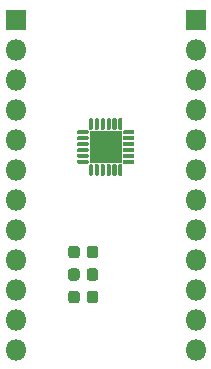
<source format=gbr>
%TF.GenerationSoftware,KiCad,Pcbnew,5.1.6+dfsg1-1*%
%TF.CreationDate,2020-07-12T14:16:47+08:00*%
%TF.ProjectId,gpioexp,6770696f-6578-4702-9e6b-696361645f70,a*%
%TF.SameCoordinates,Original*%
%TF.FileFunction,Soldermask,Top*%
%TF.FilePolarity,Negative*%
%FSLAX46Y46*%
G04 Gerber Fmt 4.6, Leading zero omitted, Abs format (unit mm)*
G04 Created by KiCad (PCBNEW 5.1.6+dfsg1-1) date 2020-07-12 14:16:47*
%MOMM*%
%LPD*%
G01*
G04 APERTURE LIST*
%ADD10R,2.700000X2.700000*%
%ADD11O,1.800000X1.800000*%
%ADD12R,1.800000X1.800000*%
G04 APERTURE END LIST*
%TO.C,R2*%
G36*
G01*
X140035000Y-102588750D02*
X140035000Y-103151250D01*
G75*
G02*
X139791250Y-103395000I-243750J0D01*
G01*
X139303750Y-103395000D01*
G75*
G02*
X139060000Y-103151250I0J243750D01*
G01*
X139060000Y-102588750D01*
G75*
G02*
X139303750Y-102345000I243750J0D01*
G01*
X139791250Y-102345000D01*
G75*
G02*
X140035000Y-102588750I0J-243750D01*
G01*
G37*
G36*
G01*
X141610000Y-102588750D02*
X141610000Y-103151250D01*
G75*
G02*
X141366250Y-103395000I-243750J0D01*
G01*
X140878750Y-103395000D01*
G75*
G02*
X140635000Y-103151250I0J243750D01*
G01*
X140635000Y-102588750D01*
G75*
G02*
X140878750Y-102345000I243750J0D01*
G01*
X141366250Y-102345000D01*
G75*
G02*
X141610000Y-102588750I0J-243750D01*
G01*
G37*
%TD*%
%TO.C,R1*%
G36*
G01*
X140035000Y-100683750D02*
X140035000Y-101246250D01*
G75*
G02*
X139791250Y-101490000I-243750J0D01*
G01*
X139303750Y-101490000D01*
G75*
G02*
X139060000Y-101246250I0J243750D01*
G01*
X139060000Y-100683750D01*
G75*
G02*
X139303750Y-100440000I243750J0D01*
G01*
X139791250Y-100440000D01*
G75*
G02*
X140035000Y-100683750I0J-243750D01*
G01*
G37*
G36*
G01*
X141610000Y-100683750D02*
X141610000Y-101246250D01*
G75*
G02*
X141366250Y-101490000I-243750J0D01*
G01*
X140878750Y-101490000D01*
G75*
G02*
X140635000Y-101246250I0J243750D01*
G01*
X140635000Y-100683750D01*
G75*
G02*
X140878750Y-100440000I243750J0D01*
G01*
X141366250Y-100440000D01*
G75*
G02*
X141610000Y-100683750I0J-243750D01*
G01*
G37*
%TD*%
D10*
%TO.C,U1*%
X142240000Y-92075000D03*
G36*
G01*
X143665000Y-93612500D02*
X143665000Y-94412500D01*
G75*
G02*
X143577500Y-94500000I-87500J0D01*
G01*
X143402500Y-94500000D01*
G75*
G02*
X143315000Y-94412500I0J87500D01*
G01*
X143315000Y-93612500D01*
G75*
G02*
X143402500Y-93525000I87500J0D01*
G01*
X143577500Y-93525000D01*
G75*
G02*
X143665000Y-93612500I0J-87500D01*
G01*
G37*
G36*
G01*
X143165000Y-93612500D02*
X143165000Y-94412500D01*
G75*
G02*
X143077500Y-94500000I-87500J0D01*
G01*
X142902500Y-94500000D01*
G75*
G02*
X142815000Y-94412500I0J87500D01*
G01*
X142815000Y-93612500D01*
G75*
G02*
X142902500Y-93525000I87500J0D01*
G01*
X143077500Y-93525000D01*
G75*
G02*
X143165000Y-93612500I0J-87500D01*
G01*
G37*
G36*
G01*
X142665000Y-93612500D02*
X142665000Y-94412500D01*
G75*
G02*
X142577500Y-94500000I-87500J0D01*
G01*
X142402500Y-94500000D01*
G75*
G02*
X142315000Y-94412500I0J87500D01*
G01*
X142315000Y-93612500D01*
G75*
G02*
X142402500Y-93525000I87500J0D01*
G01*
X142577500Y-93525000D01*
G75*
G02*
X142665000Y-93612500I0J-87500D01*
G01*
G37*
G36*
G01*
X142165000Y-93612500D02*
X142165000Y-94412500D01*
G75*
G02*
X142077500Y-94500000I-87500J0D01*
G01*
X141902500Y-94500000D01*
G75*
G02*
X141815000Y-94412500I0J87500D01*
G01*
X141815000Y-93612500D01*
G75*
G02*
X141902500Y-93525000I87500J0D01*
G01*
X142077500Y-93525000D01*
G75*
G02*
X142165000Y-93612500I0J-87500D01*
G01*
G37*
G36*
G01*
X141665000Y-93612500D02*
X141665000Y-94412500D01*
G75*
G02*
X141577500Y-94500000I-87500J0D01*
G01*
X141402500Y-94500000D01*
G75*
G02*
X141315000Y-94412500I0J87500D01*
G01*
X141315000Y-93612500D01*
G75*
G02*
X141402500Y-93525000I87500J0D01*
G01*
X141577500Y-93525000D01*
G75*
G02*
X141665000Y-93612500I0J-87500D01*
G01*
G37*
G36*
G01*
X141165000Y-93612500D02*
X141165000Y-94412500D01*
G75*
G02*
X141077500Y-94500000I-87500J0D01*
G01*
X140902500Y-94500000D01*
G75*
G02*
X140815000Y-94412500I0J87500D01*
G01*
X140815000Y-93612500D01*
G75*
G02*
X140902500Y-93525000I87500J0D01*
G01*
X141077500Y-93525000D01*
G75*
G02*
X141165000Y-93612500I0J-87500D01*
G01*
G37*
G36*
G01*
X140790000Y-93237500D02*
X140790000Y-93412500D01*
G75*
G02*
X140702500Y-93500000I-87500J0D01*
G01*
X139902500Y-93500000D01*
G75*
G02*
X139815000Y-93412500I0J87500D01*
G01*
X139815000Y-93237500D01*
G75*
G02*
X139902500Y-93150000I87500J0D01*
G01*
X140702500Y-93150000D01*
G75*
G02*
X140790000Y-93237500I0J-87500D01*
G01*
G37*
G36*
G01*
X140790000Y-92737500D02*
X140790000Y-92912500D01*
G75*
G02*
X140702500Y-93000000I-87500J0D01*
G01*
X139902500Y-93000000D01*
G75*
G02*
X139815000Y-92912500I0J87500D01*
G01*
X139815000Y-92737500D01*
G75*
G02*
X139902500Y-92650000I87500J0D01*
G01*
X140702500Y-92650000D01*
G75*
G02*
X140790000Y-92737500I0J-87500D01*
G01*
G37*
G36*
G01*
X140790000Y-92237500D02*
X140790000Y-92412500D01*
G75*
G02*
X140702500Y-92500000I-87500J0D01*
G01*
X139902500Y-92500000D01*
G75*
G02*
X139815000Y-92412500I0J87500D01*
G01*
X139815000Y-92237500D01*
G75*
G02*
X139902500Y-92150000I87500J0D01*
G01*
X140702500Y-92150000D01*
G75*
G02*
X140790000Y-92237500I0J-87500D01*
G01*
G37*
G36*
G01*
X140790000Y-91737500D02*
X140790000Y-91912500D01*
G75*
G02*
X140702500Y-92000000I-87500J0D01*
G01*
X139902500Y-92000000D01*
G75*
G02*
X139815000Y-91912500I0J87500D01*
G01*
X139815000Y-91737500D01*
G75*
G02*
X139902500Y-91650000I87500J0D01*
G01*
X140702500Y-91650000D01*
G75*
G02*
X140790000Y-91737500I0J-87500D01*
G01*
G37*
G36*
G01*
X140790000Y-91237500D02*
X140790000Y-91412500D01*
G75*
G02*
X140702500Y-91500000I-87500J0D01*
G01*
X139902500Y-91500000D01*
G75*
G02*
X139815000Y-91412500I0J87500D01*
G01*
X139815000Y-91237500D01*
G75*
G02*
X139902500Y-91150000I87500J0D01*
G01*
X140702500Y-91150000D01*
G75*
G02*
X140790000Y-91237500I0J-87500D01*
G01*
G37*
G36*
G01*
X140790000Y-90737500D02*
X140790000Y-90912500D01*
G75*
G02*
X140702500Y-91000000I-87500J0D01*
G01*
X139902500Y-91000000D01*
G75*
G02*
X139815000Y-90912500I0J87500D01*
G01*
X139815000Y-90737500D01*
G75*
G02*
X139902500Y-90650000I87500J0D01*
G01*
X140702500Y-90650000D01*
G75*
G02*
X140790000Y-90737500I0J-87500D01*
G01*
G37*
G36*
G01*
X141165000Y-89737500D02*
X141165000Y-90537500D01*
G75*
G02*
X141077500Y-90625000I-87500J0D01*
G01*
X140902500Y-90625000D01*
G75*
G02*
X140815000Y-90537500I0J87500D01*
G01*
X140815000Y-89737500D01*
G75*
G02*
X140902500Y-89650000I87500J0D01*
G01*
X141077500Y-89650000D01*
G75*
G02*
X141165000Y-89737500I0J-87500D01*
G01*
G37*
G36*
G01*
X141665000Y-89737500D02*
X141665000Y-90537500D01*
G75*
G02*
X141577500Y-90625000I-87500J0D01*
G01*
X141402500Y-90625000D01*
G75*
G02*
X141315000Y-90537500I0J87500D01*
G01*
X141315000Y-89737500D01*
G75*
G02*
X141402500Y-89650000I87500J0D01*
G01*
X141577500Y-89650000D01*
G75*
G02*
X141665000Y-89737500I0J-87500D01*
G01*
G37*
G36*
G01*
X142165000Y-89737500D02*
X142165000Y-90537500D01*
G75*
G02*
X142077500Y-90625000I-87500J0D01*
G01*
X141902500Y-90625000D01*
G75*
G02*
X141815000Y-90537500I0J87500D01*
G01*
X141815000Y-89737500D01*
G75*
G02*
X141902500Y-89650000I87500J0D01*
G01*
X142077500Y-89650000D01*
G75*
G02*
X142165000Y-89737500I0J-87500D01*
G01*
G37*
G36*
G01*
X142665000Y-89737500D02*
X142665000Y-90537500D01*
G75*
G02*
X142577500Y-90625000I-87500J0D01*
G01*
X142402500Y-90625000D01*
G75*
G02*
X142315000Y-90537500I0J87500D01*
G01*
X142315000Y-89737500D01*
G75*
G02*
X142402500Y-89650000I87500J0D01*
G01*
X142577500Y-89650000D01*
G75*
G02*
X142665000Y-89737500I0J-87500D01*
G01*
G37*
G36*
G01*
X143165000Y-89737500D02*
X143165000Y-90537500D01*
G75*
G02*
X143077500Y-90625000I-87500J0D01*
G01*
X142902500Y-90625000D01*
G75*
G02*
X142815000Y-90537500I0J87500D01*
G01*
X142815000Y-89737500D01*
G75*
G02*
X142902500Y-89650000I87500J0D01*
G01*
X143077500Y-89650000D01*
G75*
G02*
X143165000Y-89737500I0J-87500D01*
G01*
G37*
G36*
G01*
X143665000Y-89737500D02*
X143665000Y-90537500D01*
G75*
G02*
X143577500Y-90625000I-87500J0D01*
G01*
X143402500Y-90625000D01*
G75*
G02*
X143315000Y-90537500I0J87500D01*
G01*
X143315000Y-89737500D01*
G75*
G02*
X143402500Y-89650000I87500J0D01*
G01*
X143577500Y-89650000D01*
G75*
G02*
X143665000Y-89737500I0J-87500D01*
G01*
G37*
G36*
G01*
X144665000Y-90737500D02*
X144665000Y-90912500D01*
G75*
G02*
X144577500Y-91000000I-87500J0D01*
G01*
X143777500Y-91000000D01*
G75*
G02*
X143690000Y-90912500I0J87500D01*
G01*
X143690000Y-90737500D01*
G75*
G02*
X143777500Y-90650000I87500J0D01*
G01*
X144577500Y-90650000D01*
G75*
G02*
X144665000Y-90737500I0J-87500D01*
G01*
G37*
G36*
G01*
X144665000Y-91237500D02*
X144665000Y-91412500D01*
G75*
G02*
X144577500Y-91500000I-87500J0D01*
G01*
X143777500Y-91500000D01*
G75*
G02*
X143690000Y-91412500I0J87500D01*
G01*
X143690000Y-91237500D01*
G75*
G02*
X143777500Y-91150000I87500J0D01*
G01*
X144577500Y-91150000D01*
G75*
G02*
X144665000Y-91237500I0J-87500D01*
G01*
G37*
G36*
G01*
X144665000Y-91737500D02*
X144665000Y-91912500D01*
G75*
G02*
X144577500Y-92000000I-87500J0D01*
G01*
X143777500Y-92000000D01*
G75*
G02*
X143690000Y-91912500I0J87500D01*
G01*
X143690000Y-91737500D01*
G75*
G02*
X143777500Y-91650000I87500J0D01*
G01*
X144577500Y-91650000D01*
G75*
G02*
X144665000Y-91737500I0J-87500D01*
G01*
G37*
G36*
G01*
X144665000Y-92237500D02*
X144665000Y-92412500D01*
G75*
G02*
X144577500Y-92500000I-87500J0D01*
G01*
X143777500Y-92500000D01*
G75*
G02*
X143690000Y-92412500I0J87500D01*
G01*
X143690000Y-92237500D01*
G75*
G02*
X143777500Y-92150000I87500J0D01*
G01*
X144577500Y-92150000D01*
G75*
G02*
X144665000Y-92237500I0J-87500D01*
G01*
G37*
G36*
G01*
X144665000Y-92737500D02*
X144665000Y-92912500D01*
G75*
G02*
X144577500Y-93000000I-87500J0D01*
G01*
X143777500Y-93000000D01*
G75*
G02*
X143690000Y-92912500I0J87500D01*
G01*
X143690000Y-92737500D01*
G75*
G02*
X143777500Y-92650000I87500J0D01*
G01*
X144577500Y-92650000D01*
G75*
G02*
X144665000Y-92737500I0J-87500D01*
G01*
G37*
G36*
G01*
X144665000Y-93237500D02*
X144665000Y-93412500D01*
G75*
G02*
X144577500Y-93500000I-87500J0D01*
G01*
X143777500Y-93500000D01*
G75*
G02*
X143690000Y-93412500I0J87500D01*
G01*
X143690000Y-93237500D01*
G75*
G02*
X143777500Y-93150000I87500J0D01*
G01*
X144577500Y-93150000D01*
G75*
G02*
X144665000Y-93237500I0J-87500D01*
G01*
G37*
%TD*%
D11*
%TO.C,J2*%
X149860000Y-109220000D03*
X149860000Y-106680000D03*
X149860000Y-104140000D03*
X149860000Y-101600000D03*
X149860000Y-99060000D03*
X149860000Y-96520000D03*
X149860000Y-93980000D03*
X149860000Y-91440000D03*
X149860000Y-88900000D03*
X149860000Y-86360000D03*
X149860000Y-83820000D03*
D12*
X149860000Y-81280000D03*
%TD*%
D11*
%TO.C,J1*%
X134620000Y-109220000D03*
X134620000Y-106680000D03*
X134620000Y-104140000D03*
X134620000Y-101600000D03*
X134620000Y-99060000D03*
X134620000Y-96520000D03*
X134620000Y-93980000D03*
X134620000Y-91440000D03*
X134620000Y-88900000D03*
X134620000Y-86360000D03*
X134620000Y-83820000D03*
D12*
X134620000Y-81280000D03*
%TD*%
%TO.C,C1*%
G36*
G01*
X140035000Y-104493750D02*
X140035000Y-105056250D01*
G75*
G02*
X139791250Y-105300000I-243750J0D01*
G01*
X139303750Y-105300000D01*
G75*
G02*
X139060000Y-105056250I0J243750D01*
G01*
X139060000Y-104493750D01*
G75*
G02*
X139303750Y-104250000I243750J0D01*
G01*
X139791250Y-104250000D01*
G75*
G02*
X140035000Y-104493750I0J-243750D01*
G01*
G37*
G36*
G01*
X141610000Y-104493750D02*
X141610000Y-105056250D01*
G75*
G02*
X141366250Y-105300000I-243750J0D01*
G01*
X140878750Y-105300000D01*
G75*
G02*
X140635000Y-105056250I0J243750D01*
G01*
X140635000Y-104493750D01*
G75*
G02*
X140878750Y-104250000I243750J0D01*
G01*
X141366250Y-104250000D01*
G75*
G02*
X141610000Y-104493750I0J-243750D01*
G01*
G37*
%TD*%
M02*

</source>
